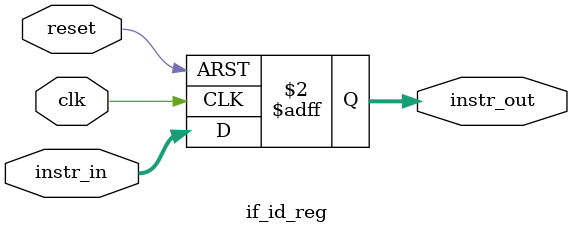
<source format=v>
module if_id_reg (
    input wire clk, reset,
    input wire [31:0] instr_in,
    output reg [31:0] instr_out
);
    always @(posedge clk, posedge reset) begin
        if (reset) begin
            instr_out <= 32'b0;
        end
        else begin
            instr_out <= instr_in;
        end
    end
endmodule
</source>
